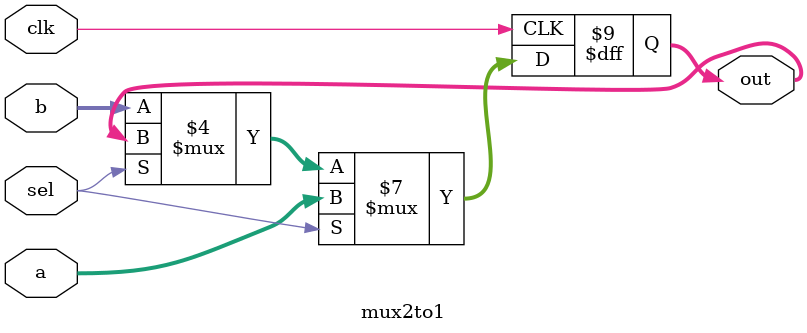
<source format=v>



// Entran 2 números de 32 bits

module mux2to1(
	input clk,
	input [31:0] a,
	input [31:0] b,
	input sel,
	
	// El select puede tener también origen a modo de Forward
	// Forward_C y Forward_D son únicamente de 1 bit
	// Mientras que Forward_A y Forward B son de 2 bits
	// y se usan para el multiplexor de 3 a 1

	output reg [31:0] out
);

always@(posedge clk)
begin
	if ( sel == 1 ) begin
	out <= a;
	end
	else if ( sel == 0) begin
	out <= b;
	end
end
endmodule 
</source>
